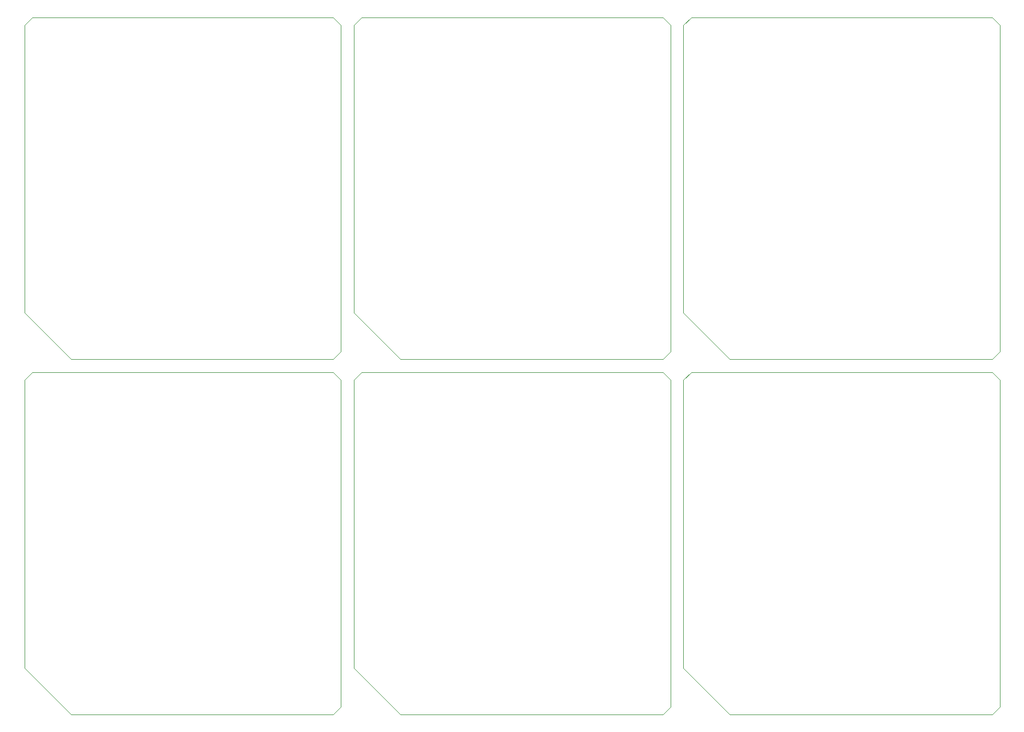
<source format=gbp>
G75*
%MOIN*%
%OFA0B0*%
%FSLAX25Y25*%
%IPPOS*%
%LPD*%
%AMOC8*
5,1,8,0,0,1.08239X$1,22.5*
%
%ADD10C,0.00004*%
D10*
X0036043Y0037220D02*
X0064390Y0008874D01*
X0224232Y0008874D01*
X0228957Y0013598D01*
X0228957Y0212811D01*
X0224232Y0217535D01*
X0040768Y0217535D01*
X0036043Y0212811D01*
X0036043Y0037220D01*
X0236831Y0037220D02*
X0265177Y0008874D01*
X0425020Y0008874D01*
X0429744Y0013598D01*
X0429744Y0212811D01*
X0425020Y0217535D01*
X0241555Y0217535D01*
X0236831Y0212811D01*
X0236831Y0037220D01*
X0437618Y0037220D02*
X0465965Y0008874D01*
X0625807Y0008874D01*
X0630531Y0013598D01*
X0630531Y0212811D01*
X0625807Y0217535D01*
X0442343Y0217535D01*
X0437618Y0212811D01*
X0437618Y0037220D01*
X0425020Y0225409D02*
X0265177Y0225409D01*
X0236831Y0253756D01*
X0236831Y0429346D01*
X0241555Y0434071D01*
X0425020Y0434071D01*
X0429744Y0429346D01*
X0429744Y0230134D01*
X0425020Y0225409D01*
X0437618Y0253756D02*
X0465965Y0225409D01*
X0625807Y0225409D01*
X0630531Y0230134D01*
X0630531Y0429346D01*
X0625807Y0434071D01*
X0442343Y0434071D01*
X0437618Y0429346D01*
X0437618Y0253756D01*
X0228957Y0230134D02*
X0224232Y0225409D01*
X0064390Y0225409D01*
X0036043Y0253756D01*
X0036043Y0429346D01*
X0040768Y0434071D01*
X0224232Y0434071D01*
X0228957Y0429346D01*
X0228957Y0230134D01*
M02*

</source>
